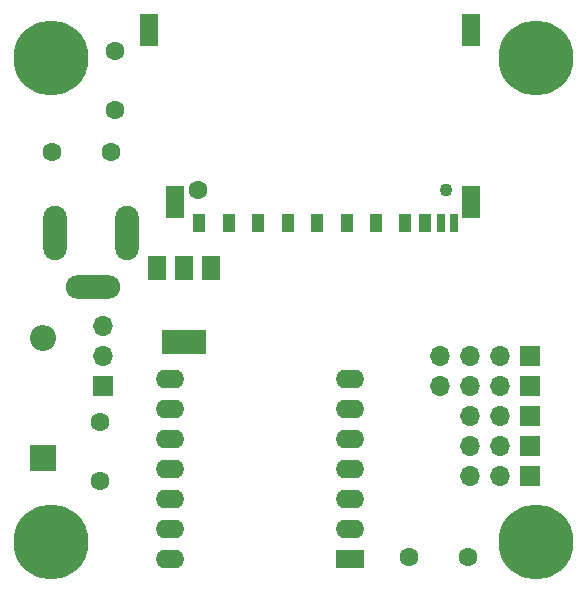
<source format=gts>
%TF.GenerationSoftware,KiCad,Pcbnew,(6.0.1)*%
%TF.CreationDate,2022-08-01T10:23:14-04:00*%
%TF.ProjectId,QTPy49,51545079-3439-42e6-9b69-6361645f7063,rev?*%
%TF.SameCoordinates,PXfffe7320PYffff9cc8*%
%TF.FileFunction,Soldermask,Top*%
%TF.FilePolarity,Negative*%
%FSLAX46Y46*%
G04 Gerber Fmt 4.6, Leading zero omitted, Abs format (unit mm)*
G04 Created by KiCad (PCBNEW (6.0.1)) date 2022-08-01 10:23:14*
%MOMM*%
%LPD*%
G01*
G04 APERTURE LIST*
%ADD10R,1.500000X2.000000*%
%ADD11R,3.800000X2.000000*%
%ADD12R,1.700000X1.700000*%
%ADD13O,1.700000X1.700000*%
%ADD14C,6.350000*%
%ADD15C,1.600000*%
%ADD16O,2.000000X4.600000*%
%ADD17O,4.600000X2.000000*%
%ADD18C,1.100000*%
%ADD19R,1.000000X1.500000*%
%ADD20R,0.700000X1.500000*%
%ADD21R,1.500000X2.800000*%
%ADD22R,2.400000X1.600000*%
%ADD23O,2.400000X1.600000*%
%ADD24R,2.200000X2.200000*%
%ADD25O,2.200000X2.200000*%
G04 APERTURE END LIST*
D10*
%TO.C,U2*%
X17616200Y-21767400D03*
X15316200Y-21767400D03*
X13016200Y-21767400D03*
D11*
X15316200Y-28067400D03*
%TD*%
D12*
%TO.C,J7*%
X44648882Y-36855400D03*
D13*
X42108882Y-36855400D03*
X39568882Y-36855400D03*
%TD*%
D14*
%TO.C,MTG1*%
X4101600Y-4025400D03*
%TD*%
%TO.C,MTG2*%
X45101600Y-4025400D03*
%TD*%
%TO.C,MTG4*%
X45101600Y-45025400D03*
%TD*%
D12*
%TO.C,J8*%
X44633882Y-39395400D03*
D13*
X42093882Y-39395400D03*
X39553882Y-39395400D03*
%TD*%
D15*
%TO.C,C5*%
X8204200Y-39863400D03*
X8204200Y-34863400D03*
%TD*%
D14*
%TO.C,MTG3*%
X4101600Y-45025400D03*
%TD*%
D16*
%TO.C,J1*%
X10494200Y-18821400D03*
X4394200Y-18821400D03*
D17*
X7594200Y-23421400D03*
%TD*%
D18*
%TO.C,J3*%
X37484200Y-15178900D03*
D15*
X16484200Y-15178900D03*
D19*
X19104200Y-17978900D03*
X21604200Y-17978900D03*
X24104200Y-17978900D03*
X26604200Y-17978900D03*
X29104200Y-17978900D03*
X31604200Y-17978900D03*
X34024200Y-17978900D03*
X35724200Y-17978900D03*
X16604200Y-17978900D03*
D20*
X37064200Y-17978900D03*
X38204200Y-17978900D03*
D21*
X14534200Y-16178900D03*
X39634200Y-16178900D03*
X39634200Y-1678900D03*
X12334200Y-1678900D03*
%TD*%
D15*
%TO.C,C1*%
X9180200Y-11963400D03*
X4180200Y-11963400D03*
%TD*%
D12*
%TO.C,J6*%
X44633882Y-34315400D03*
D13*
X42093882Y-34315400D03*
X39553882Y-34315400D03*
%TD*%
D12*
%TO.C,J5*%
X44638882Y-31775400D03*
D13*
X42098882Y-31775400D03*
X39558882Y-31775400D03*
X37018882Y-31775400D03*
%TD*%
D12*
%TO.C,J2*%
X8458200Y-31760400D03*
D13*
X8458200Y-29220400D03*
X8458200Y-26680400D03*
%TD*%
D15*
%TO.C,C6*%
X39406200Y-46253400D03*
X34406200Y-46253400D03*
%TD*%
D22*
%TO.C,BRD1*%
X29408882Y-46472682D03*
D23*
X29408882Y-43932682D03*
X29408882Y-41392682D03*
X29408882Y-38852682D03*
X29408882Y-36312682D03*
X29408882Y-33772682D03*
X29408882Y-31232682D03*
X14168882Y-31232682D03*
X14168882Y-33772682D03*
X14168882Y-36312682D03*
X14168882Y-38852682D03*
X14168882Y-41392682D03*
X14168882Y-43932682D03*
X14168882Y-46472682D03*
%TD*%
D15*
%TO.C,C4*%
X9474200Y-8407400D03*
X9474200Y-3407400D03*
%TD*%
D12*
%TO.C,J4*%
X44648882Y-29235400D03*
D13*
X42108882Y-29235400D03*
X39568882Y-29235400D03*
X37028882Y-29235400D03*
%TD*%
D24*
%TO.C,D1*%
X3378200Y-37871400D03*
D25*
X3378200Y-27711400D03*
%TD*%
M02*

</source>
